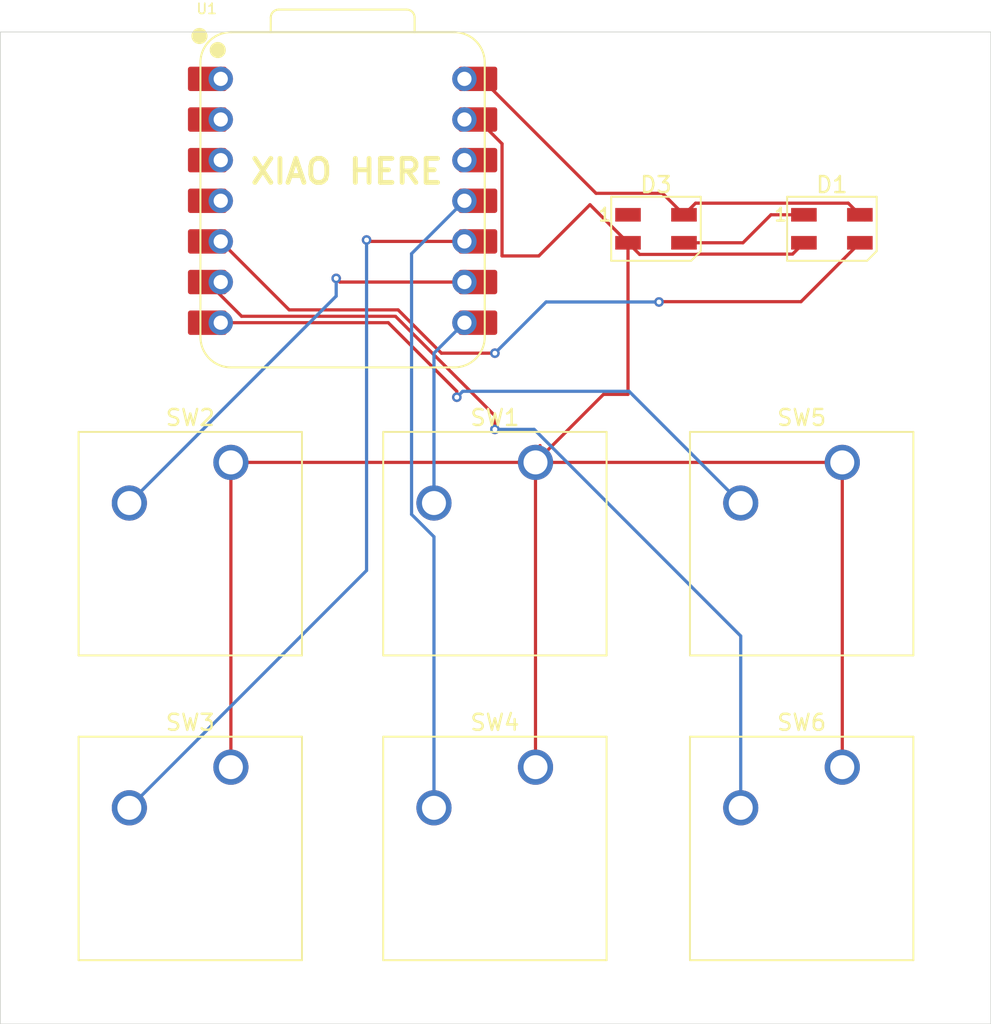
<source format=kicad_pcb>
(kicad_pcb (version 20241229) (generator "pcbnew") (generator_version "9.0")
  (layers (0 "F.Cu" signal) (2 "B.Cu" signal) (13 "F.Paste" user) (15 "B.Paste" user) (5 "F.SilkS" user "F.Silkscreen") (7 "B.SilkS" user "B.Silkscreen") (1 "F.Mask" user) (3 "B.Mask" user) (25 "Edge.Cuts" user))
  (net 0 "")
  (net 1 "Net-(D1-DIN)")
  (net 2 "Net-(D1-DOUT)")
  (net 3 "GND")
  (net 4 "+5V")
  (net 6 "Net-(U1-GPIO1{slash}RX)")
  (net 7 "Net-(U1-GPIO2{slash}SCK)")
  (net 8 "Net-(U1-GPIO4{slash}MISO)")
  (net 9 "Net-(U1-GPIO3{slash}MOSI)")
  (net 15 "Net-(U1-GPIO0{slash}TX)")
  (net 16 "Net-(U1-GPIO7{slash}SCL)")
  (footprint "LED_SMD:LED_SK6812MINI_PLCC4_3.5x3.5mm_P1.75mm" (layer "F.Cu") (at 172 97)
    (property "Reference" "D3" (at 0 -2.75 0) (layer "F.SilkS"))
    (property "Value" "SK6812MINI")
    (fp_line (start -2.8 -2) (end -2.8 2) (stroke (width 0.12)) (layer "F.SilkS"))
    (fp_line (start -2.8 -2) (end 2.8 -2) (stroke (width 0.12)) (layer "F.SilkS"))
    (fp_line (start -2.8 2) (end 2.2 2) (stroke (width 0.12)) (layer "F.SilkS"))
    (fp_line (start 2.8 1.4) (end 2.2 2) (stroke (width 0.12)) (layer "F.SilkS"))
    (fp_line (start 2.8 1.4) (end 2.8 -2) (stroke (width 0.12)) (layer "F.SilkS"))
    (fp_text user "1" (at -3.2 -0.875 0) (layer "F.SilkS") (effects (font (size 0.8 0.8))))
    (pad "1" smd rect (at -1.75 -0.875) (size 1.6 0.85) (layers "F.Cu" "F.Mask" "F.Paste"))
    (pad "2" smd rect (at -1.75 0.875) (size 1.6 0.85) (layers "F.Cu" "F.Mask" "F.Paste") (net 3 "GND"))
    (pad "3" smd rect (at 1.75 0.875) (size 1.6 0.85) (layers "F.Cu" "F.Mask" "F.Paste") (net 2 "Net-(D1-DOUT)"))
    (pad "4" smd rect (at 1.75 -0.875) (size 1.6 0.85) (layers "F.Cu" "F.Mask" "F.Paste") (net 4 "+5V"))
  )
  (footprint "Button_Switch_Keyboard:SW_Cherry_MX_1.00u_PCB" (layer "F.Cu") (at 145.415 111.60125)
    (property "Reference" "SW2" (at -2.54 -2.794 0) (layer "F.SilkS"))
    (property "Value" "SW_Push")
    (fp_line (start -9.525 -1.905) (end 4.445 -1.905) (stroke (width 0.12)) (layer "F.SilkS"))
    (fp_line (start -9.525 12.065) (end -9.525 -1.905) (stroke (width 0.12)) (layer "F.SilkS"))
    (fp_line (start 4.445 -1.905) (end 4.445 12.065) (stroke (width 0.12)) (layer "F.SilkS"))
    (fp_line (start 4.445 12.065) (end -9.525 12.065) (stroke (width 0.12)) (layer "F.SilkS"))
    (pad "" np_thru_hole circle (at -7.62 5.08) (size 1.7 1.7) (drill 1.7) (layers "*.Cu" "*.Mask"))
    (pad "" np_thru_hole circle (at -2.54 5.08) (size 4 4) (drill 4) (layers "*.Cu" "*.Mask"))
    (pad "" np_thru_hole circle (at 2.54 5.08) (size 1.7 1.7) (drill 1.7) (layers "*.Cu" "*.Mask"))
    (pad "1" thru_hole circle (at 0 0) (size 2.2 2.2) (drill 1.5) (layers "*.Cu" "*.Mask") (net 3 "GND"))
    (pad "2" thru_hole circle (at -6.35 2.54) (size 2.2 2.2) (drill 1.5) (layers "*.Cu" "*.Mask") (net 7 "Net-(U1-GPIO2{slash}SCK)"))
  )
  (footprint "Button_Switch_Keyboard:SW_Cherry_MX_1.00u_PCB" (layer "F.Cu") (at 183.65 130.65125)
    (property "Reference" "SW6" (at -2.54 -2.794 0) (layer "F.SilkS"))
    (property "Value" "SW_Push")
    (fp_line (start -9.525 -1.905) (end 4.445 -1.905) (stroke (width 0.12)) (layer "F.SilkS"))
    (fp_line (start -9.525 12.065) (end -9.525 -1.905) (stroke (width 0.12)) (layer "F.SilkS"))
    (fp_line (start 4.445 -1.905) (end 4.445 12.065) (stroke (width 0.12)) (layer "F.SilkS"))
    (fp_line (start 4.445 12.065) (end -9.525 12.065) (stroke (width 0.12)) (layer "F.SilkS"))
    (pad "" np_thru_hole circle (at -7.62 5.08) (size 1.7 1.7) (drill 1.7) (layers "*.Cu" "*.Mask"))
    (pad "" np_thru_hole circle (at -2.54 5.08) (size 4 4) (drill 4) (layers "*.Cu" "*.Mask"))
    (pad "" np_thru_hole circle (at 2.54 5.08) (size 1.7 1.7) (drill 1.7) (layers "*.Cu" "*.Mask"))
    (pad "1" thru_hole circle (at 0 0) (size 2.2 2.2) (drill 1.5) (layers "*.Cu" "*.Mask") (net 3 "GND"))
    (pad "2" thru_hole circle (at -6.35 2.54) (size 2.2 2.2) (drill 1.5) (layers "*.Cu" "*.Mask") (net 16 "Net-(U1-GPIO7{slash}SCL)"))
  )
  (footprint "OPL:XIAO-RP2040-DIP" (layer "F.Cu") (at 152.4 95.25)
    (property "Reference" "U1" (at -8.5 -12 0) (layer "F.SilkS") (effects (font (size 0.635 0.635) (thickness 0.1016))))
    (property "Value" "XIAO-RP2040-DIP")
    (fp_line (start -8.89 8.509) (end -8.89 -8.636) (stroke (width 0.127)) (layer "F.SilkS"))
    (fp_line (start -6.985 10.414) (end 6.985 10.414) (stroke (width 0.127)) (layer "F.SilkS"))
    (fp_line (start -4.495 -10.541) (end -4.491272 -11.451272) (stroke (width 0.127)) (layer "F.SilkS"))
    (fp_line (start -3.991272 -11.951) (end 4.004 -11.951) (stroke (width 0.127)) (layer "F.SilkS"))
    (fp_line (start 4.504 -11.451) (end 4.504 -10.541) (stroke (width 0.127)) (layer "F.SilkS"))
    (fp_line (start 6.985 -10.541) (end -6.985 -10.541) (stroke (width 0.1)) (layer "F.SilkS"))
    (fp_line (start 6.985 -10.541) (end -6.985 -10.541) (stroke (width 0.127)) (layer "F.SilkS"))
    (fp_line (start 8.89 8.509) (end 8.89 -8.636) (stroke (width 0.127)) (layer "F.SilkS"))
    (fp_arc (start -8.89 -8.636) (mid -8.332038 -9.983038) (end -6.985 -10.541) (stroke (width 0.127)) (layer "F.SilkS"))
    (fp_arc (start -6.985 10.414) (mid -8.332038 9.856038) (end -8.89 8.509) (stroke (width 0.127)) (layer "F.SilkS"))
    (fp_arc (start -4.491272 -11.451272) (mid -4.344728 -11.80464) (end -3.991272 -11.951) (stroke (width 0.127)) (layer "F.SilkS"))
    (fp_arc (start 4.004 -11.951) (mid 4.357553 -11.804553) (end 4.504 -11.451) (stroke (width 0.127)) (layer "F.SilkS"))
    (fp_arc (start 6.985 -10.541) (mid 8.332038 -9.983038) (end 8.89 -8.636) (stroke (width 0.127)) (layer "F.SilkS"))
    (fp_arc (start 8.89 8.509) (mid 8.332038 9.856038) (end 6.985 10.414) (stroke (width 0.127)) (layer "F.SilkS"))
    (fp_circle (center -8.95 -10.3) (end -8.95 -10.554) (stroke (width 0.5)) (fill yes) (layer "F.SilkS"))
    (fp_circle (center -7.807 -9.42) (end -7.807 -9.674) (stroke (width 0.5)) (fill yes) (layer "F.SilkS"))
    (pad "1" smd roundrect (at -8.455 -7.62 180) (size 2.432 1.524) (layers "F.Cu" "F.Mask") (roundrect_rratio 0.1))
    (pad "1" thru_hole circle (at -7.62 -7.62 180) (size 1.524 1.524) (drill 0.889) (layers "*.Cu" "*.Mask"))
    (pad "2" smd roundrect (at -8.455 -5.08 180) (size 2.432 1.524) (layers "F.Cu" "F.Mask") (roundrect_rratio 0.1))
    (pad "2" thru_hole circle (at -7.62 -5.08 180) (size 1.524 1.524) (drill 0.889) (layers "*.Cu" "*.Mask"))
    (pad "3" smd roundrect (at -8.455 -2.54 180) (size 2.432 1.524) (layers "F.Cu" "F.Mask") (roundrect_rratio 0.1))
    (pad "3" thru_hole circle (at -7.62 -2.54 180) (size 1.524 1.524) (drill 0.889) (layers "*.Cu" "*.Mask"))
    (pad "4" smd roundrect (at -8.455 0 180) (size 2.432 1.524) (layers "F.Cu" "F.Mask") (roundrect_rratio 0.1))
    (pad "4" thru_hole circle (at -7.62 0 180) (size 1.524 1.524) (drill 0.889) (layers "*.Cu" "*.Mask"))
    (pad "5" smd roundrect (at -8.455 2.54 180) (size 2.432 1.524) (layers "F.Cu" "F.Mask") (roundrect_rratio 0.1) (net 1 "Net-(D1-DIN)"))
    (pad "5" thru_hole circle (at -7.62 2.54 180) (size 1.524 1.524) (drill 0.889) (layers "*.Cu" "*.Mask") (net 1 "Net-(D1-DIN)"))
    (pad "6" smd roundrect (at -8.455 5.08 180) (size 2.432 1.524) (layers "F.Cu" "F.Mask") (roundrect_rratio 0.1) (net 16 "Net-(U1-GPIO7{slash}SCL)"))
    (pad "6" thru_hole circle (at -7.62 5.08 180) (size 1.524 1.524) (drill 0.889) (layers "*.Cu" "*.Mask") (net 16 "Net-(U1-GPIO7{slash}SCL)"))
    (pad "7" smd roundrect (at -8.455 7.62 180) (size 2.432 1.524) (layers "F.Cu" "F.Mask") (roundrect_rratio 0.1) (net 15 "Net-(U1-GPIO0{slash}TX)"))
    (pad "7" thru_hole circle (at -7.62 7.62 180) (size 1.524 1.524) (drill 0.889) (layers "*.Cu" "*.Mask") (net 15 "Net-(U1-GPIO0{slash}TX)"))
    (pad "8" thru_hole circle (at 7.62 7.62) (size 1.524 1.524) (drill 0.889) (layers "*.Cu" "*.Mask") (net 6 "Net-(U1-GPIO1{slash}RX)"))
    (pad "8" smd roundrect (at 8.455 7.62) (size 2.432 1.524) (layers "F.Cu" "F.Mask") (roundrect_rratio 0.1) (net 6 "Net-(U1-GPIO1{slash}RX)"))
    (pad "9" thru_hole circle (at 7.62 5.08) (size 1.524 1.524) (drill 0.889) (layers "*.Cu" "*.Mask") (net 7 "Net-(U1-GPIO2{slash}SCK)"))
    (pad "9" smd roundrect (at 8.455 5.08) (size 2.432 1.524) (layers "F.Cu" "F.Mask") (roundrect_rratio 0.1) (net 7 "Net-(U1-GPIO2{slash}SCK)"))
    (pad "10" thru_hole circle (at 7.62 2.54) (size 1.524 1.524) (drill 0.889) (layers "*.Cu" "*.Mask") (net 8 "Net-(U1-GPIO4{slash}MISO)"))
    (pad "10" smd roundrect (at 8.455 2.54) (size 2.432 1.524) (layers "F.Cu" "F.Mask") (roundrect_rratio 0.1) (net 8 "Net-(U1-GPIO4{slash}MISO)"))
    (pad "11" thru_hole circle (at 7.62 0) (size 1.524 1.524) (drill 0.889) (layers "*.Cu" "*.Mask") (net 9 "Net-(U1-GPIO3{slash}MOSI)"))
    (pad "11" smd roundrect (at 8.455 0) (size 2.432 1.524) (layers "F.Cu" "F.Mask") (roundrect_rratio 0.1) (net 9 "Net-(U1-GPIO3{slash}MOSI)"))
    (pad "12" thru_hole circle (at 7.62 -2.54) (size 1.524 1.524) (drill 0.889) (layers "*.Cu" "*.Mask"))
    (pad "12" smd roundrect (at 8.455 -2.54) (size 2.432 1.524) (layers "F.Cu" "F.Mask") (roundrect_rratio 0.1))
    (pad "13" thru_hole circle (at 7.62 -5.08) (size 1.524 1.524) (drill 0.889) (layers "*.Cu" "*.Mask") (net 3 "GND"))
    (pad "13" smd roundrect (at 8.455 -5.08) (size 2.432 1.524) (layers "F.Cu" "F.Mask") (roundrect_rratio 0.1) (net 3 "GND"))
    (pad "14" thru_hole circle (at 7.62 -7.62) (size 1.524 1.524) (drill 0.889) (layers "*.Cu" "*.Mask") (net 4 "+5V"))
    (pad "14" smd roundrect (at 8.455 -7.62) (size 2.432 1.524) (layers "F.Cu" "F.Mask") (roundrect_rratio 0.1) (net 4 "+5V"))
  )
  (footprint "Button_Switch_Keyboard:SW_Cherry_MX_1.00u_PCB" (layer "F.Cu") (at 164.465 111.60125)
    (property "Reference" "SW1" (at -2.54 -2.794 0) (layer "F.SilkS"))
    (property "Value" "SW_Push")
    (fp_line (start -9.525 -1.905) (end 4.445 -1.905) (stroke (width 0.12)) (layer "F.SilkS"))
    (fp_line (start -9.525 12.065) (end -9.525 -1.905) (stroke (width 0.12)) (layer "F.SilkS"))
    (fp_line (start 4.445 -1.905) (end 4.445 12.065) (stroke (width 0.12)) (layer "F.SilkS"))
    (fp_line (start 4.445 12.065) (end -9.525 12.065) (stroke (width 0.12)) (layer "F.SilkS"))
    (pad "" np_thru_hole circle (at -7.62 5.08) (size 1.7 1.7) (drill 1.7) (layers "*.Cu" "*.Mask"))
    (pad "" np_thru_hole circle (at -2.54 5.08) (size 4 4) (drill 4) (layers "*.Cu" "*.Mask"))
    (pad "" np_thru_hole circle (at 2.54 5.08) (size 1.7 1.7) (drill 1.7) (layers "*.Cu" "*.Mask"))
    (pad "1" thru_hole circle (at 0 0) (size 2.2 2.2) (drill 1.5) (layers "*.Cu" "*.Mask") (net 3 "GND"))
    (pad "2" thru_hole circle (at -6.35 2.54) (size 2.2 2.2) (drill 1.5) (layers "*.Cu" "*.Mask") (net 6 "Net-(U1-GPIO1{slash}RX)"))
  )
  (footprint "Button_Switch_Keyboard:SW_Cherry_MX_1.00u_PCB" (layer "F.Cu") (at 145.415 130.65125)
    (property "Reference" "SW3" (at -2.54 -2.794 0) (layer "F.SilkS"))
    (property "Value" "SW_Push")
    (fp_line (start -9.525 -1.905) (end 4.445 -1.905) (stroke (width 0.12)) (layer "F.SilkS"))
    (fp_line (start -9.525 12.065) (end -9.525 -1.905) (stroke (width 0.12)) (layer "F.SilkS"))
    (fp_line (start 4.445 -1.905) (end 4.445 12.065) (stroke (width 0.12)) (layer "F.SilkS"))
    (fp_line (start 4.445 12.065) (end -9.525 12.065) (stroke (width 0.12)) (layer "F.SilkS"))
    (pad "" np_thru_hole circle (at -7.62 5.08) (size 1.7 1.7) (drill 1.7) (layers "*.Cu" "*.Mask"))
    (pad "" np_thru_hole circle (at -2.54 5.08) (size 4 4) (drill 4) (layers "*.Cu" "*.Mask"))
    (pad "" np_thru_hole circle (at 2.54 5.08) (size 1.7 1.7) (drill 1.7) (layers "*.Cu" "*.Mask"))
    (pad "1" thru_hole circle (at 0 0) (size 2.2 2.2) (drill 1.5) (layers "*.Cu" "*.Mask") (net 3 "GND"))
    (pad "2" thru_hole circle (at -6.35 2.54) (size 2.2 2.2) (drill 1.5) (layers "*.Cu" "*.Mask") (net 8 "Net-(U1-GPIO4{slash}MISO)"))
  )
  (footprint "Button_Switch_Keyboard:SW_Cherry_MX_1.00u_PCB" (layer "F.Cu") (at 164.465 130.65125)
    (property "Reference" "SW4" (at -2.54 -2.794 0) (layer "F.SilkS"))
    (property "Value" "SW_Push")
    (fp_line (start -9.525 -1.905) (end 4.445 -1.905) (stroke (width 0.12)) (layer "F.SilkS"))
    (fp_line (start -9.525 12.065) (end -9.525 -1.905) (stroke (width 0.12)) (layer "F.SilkS"))
    (fp_line (start 4.445 -1.905) (end 4.445 12.065) (stroke (width 0.12)) (layer "F.SilkS"))
    (fp_line (start 4.445 12.065) (end -9.525 12.065) (stroke (width 0.12)) (layer "F.SilkS"))
    (pad "" np_thru_hole circle (at -7.62 5.08) (size 1.7 1.7) (drill 1.7) (layers "*.Cu" "*.Mask"))
    (pad "" np_thru_hole circle (at -2.54 5.08) (size 4 4) (drill 4) (layers "*.Cu" "*.Mask"))
    (pad "" np_thru_hole circle (at 2.54 5.08) (size 1.7 1.7) (drill 1.7) (layers "*.Cu" "*.Mask"))
    (pad "1" thru_hole circle (at 0 0) (size 2.2 2.2) (drill 1.5) (layers "*.Cu" "*.Mask") (net 3 "GND"))
    (pad "2" thru_hole circle (at -6.35 2.54) (size 2.2 2.2) (drill 1.5) (layers "*.Cu" "*.Mask") (net 9 "Net-(U1-GPIO3{slash}MOSI)"))
  )
  (footprint "LED_SMD:LED_SK6812MINI_PLCC4_3.5x3.5mm_P1.75mm" (layer "F.Cu") (at 183 97)
    (property "Reference" "D1" (at 0 -2.75 0) (layer "F.SilkS"))
    (property "Value" "SK6812MINI")
    (fp_line (start -2.8 -2) (end -2.8 2) (stroke (width 0.12)) (layer "F.SilkS"))
    (fp_line (start -2.8 -2) (end 2.8 -2) (stroke (width 0.12)) (layer "F.SilkS"))
    (fp_line (start -2.8 2) (end 2.2 2) (stroke (width 0.12)) (layer "F.SilkS"))
    (fp_line (start 2.8 1.4) (end 2.2 2) (stroke (width 0.12)) (layer "F.SilkS"))
    (fp_line (start 2.8 1.4) (end 2.8 -2) (stroke (width 0.12)) (layer "F.SilkS"))
    (fp_text user "1" (at -3.2 -0.875 0) (layer "F.SilkS") (effects (font (size 0.8 0.8))))
    (pad "1" smd rect (at -1.75 -0.875) (size 1.6 0.85) (layers "F.Cu" "F.Mask" "F.Paste") (net 2 "Net-(D1-DOUT)"))
    (pad "2" smd rect (at -1.75 0.875) (size 1.6 0.85) (layers "F.Cu" "F.Mask" "F.Paste") (net 3 "GND"))
    (pad "3" smd rect (at 1.75 0.875) (size 1.6 0.85) (layers "F.Cu" "F.Mask" "F.Paste") (net 1 "Net-(D1-DIN)"))
    (pad "4" smd rect (at 1.75 -0.875) (size 1.6 0.85) (layers "F.Cu" "F.Mask" "F.Paste") (net 4 "+5V"))
  )
  (footprint "Button_Switch_Keyboard:SW_Cherry_MX_1.00u_PCB" (layer "F.Cu") (at 183.65 111.60125)
    (property "Reference" "SW5" (at -2.54 -2.794 0) (layer "F.SilkS"))
    (property "Value" "SW_Push")
    (fp_line (start -9.525 -1.905) (end 4.445 -1.905) (stroke (width 0.12)) (layer "F.SilkS"))
    (fp_line (start -9.525 12.065) (end -9.525 -1.905) (stroke (width 0.12)) (layer "F.SilkS"))
    (fp_line (start 4.445 -1.905) (end 4.445 12.065) (stroke (width 0.12)) (layer "F.SilkS"))
    (fp_line (start 4.445 12.065) (end -9.525 12.065) (stroke (width 0.12)) (layer "F.SilkS"))
    (pad "" np_thru_hole circle (at -7.62 5.08) (size 1.7 1.7) (drill 1.7) (layers "*.Cu" "*.Mask"))
    (pad "" np_thru_hole circle (at -2.54 5.08) (size 4 4) (drill 4) (layers "*.Cu" "*.Mask"))
    (pad "" np_thru_hole circle (at 2.54 5.08) (size 1.7 1.7) (drill 1.7) (layers "*.Cu" "*.Mask"))
    (pad "1" thru_hole circle (at 0 0) (size 2.2 2.2) (drill 1.5) (layers "*.Cu" "*.Mask") (net 3 "GND"))
    (pad "2" thru_hole circle (at -6.35 2.54) (size 2.2 2.2) (drill 1.5) (layers "*.Cu" "*.Mask") (net 15 "Net-(U1-GPIO0{slash}TX)"))
  )
  (gr_rect (start 131 84.7) (end 192.9375 146.7) (stroke (width 0.05)) (fill no) (layer "Edge.Cuts"))
  (gr_text "XIAO HERE" (at 146.5 94.3 0) (layer "F.SilkS") (effects (font (size 1.5 1.5) (thickness 0.3) (bold yes)) (justify left bottom)))
  (segment (start 158.579543 104.775) (end 155.872543 102.068) (width 0.2) (layer "F.Cu") (net 1))
  (segment (start 149.058 102.068) (end 144.78 97.79) (width 0.2) (layer "F.Cu") (net 1))
  (segment (start 172.1875 101.575) (end 172.20575 101.55675) (width 0.2) (layer "F.Cu") (net 1))
  (segment (start 172.20575 101.55675) (end 181.06825 101.55675) (width 0.2) (layer "F.Cu") (net 1))
  (segment (start 161.925 104.775) (end 158.579543 104.775) (width 0.2) (layer "F.Cu") (net 1))
  (segment (start 155.872543 102.068) (end 149.058 102.068) (width 0.2) (layer "F.Cu") (net 1))
  (segment (start 181.06825 101.55675) (end 184.75 97.875) (width 0.2) (layer "F.Cu") (net 1))
  (via (at 172.1875 101.575) (size 0.6) (drill 0.3) (layers "F.Cu" "B.Cu") (net 1))
  (via (at 161.925 104.775) (size 0.6) (drill 0.3) (layers "F.Cu" "B.Cu") (net 1))
  (segment (start 165.125 101.575) (end 161.925 104.775) (width 0.2) (layer "B.Cu") (net 1))
  (segment (start 172.1875 101.575) (end 165.125 101.575) (width 0.2) (layer "B.Cu") (net 1))
  (segment (start 173.75 97.875) (end 177.4395 97.875) (width 0.2) (layer "F.Cu") (net 2))
  (segment (start 177.4395 97.875) (end 179.1895 96.125) (width 0.2) (layer "F.Cu") (net 2))
  (segment (start 181.25 96.125) (end 179.1895 96.125) (width 0.2) (layer "F.Cu") (net 2))
  (segment (start 145.415 111.60125) (end 164.465 111.60125) (width 0.2) (layer "F.Cu") (net 3))
  (segment (start 164.465 111.60125) (end 164.465 110.835) (width 0.2) (layer "F.Cu") (net 3))
  (segment (start 170.25 107.35) (end 168.71625 107.35) (width 0.2) (layer "F.Cu") (net 3))
  (segment (start 160.855 90.17) (end 162.372 91.687) (width 0.2) (layer "F.Cu") (net 3))
  (segment (start 164.672 98.697) (end 162.372 98.697) (width 0.2) (layer "F.Cu") (net 3))
  (segment (start 145.415 111.60125) (end 145.415 111.515) (width 0.2) (layer "F.Cu") (net 3))
  (segment (start 145.415 130.65125) (end 145.415 111.60125) (width 0.2) (layer "F.Cu") (net 3))
  (segment (start 170.25 107.35) (end 170.25 97.875) (width 0.2) (layer "F.Cu") (net 3))
  (segment (start 167.872 95.497) (end 164.672 98.697) (width 0.2) (layer "F.Cu") (net 3))
  (segment (start 145.39875 111.60125) (end 145.2 111.8) (width 0.2) (layer "F.Cu") (net 3))
  (segment (start 168.71625 107.35) (end 164.465 111.60125) (width 0.2) (layer "F.Cu") (net 3))
  (segment (start 170.976 98.601) (end 174.60675 98.601) (width 0.2) (layer "F.Cu") (net 3))
  (segment (start 145.415 111.60125) (end 145.39875 111.60125) (width 0.2) (layer "F.Cu") (net 3))
  (segment (start 162.372 91.687) (end 162.372 98.697) (width 0.2) (layer "F.Cu") (net 3))
  (segment (start 183.65 130.65125) (end 183.65 111.60125) (width 0.2) (layer "F.Cu") (net 3))
  (segment (start 181.25 97.875) (end 180.54225 98.58275) (width 0.2) (layer "F.Cu") (net 3))
  (segment (start 164.465 110.835) (end 164.75 110.55) (width 0.2) (layer "F.Cu") (net 3))
  (segment (start 167.872 95.497) (end 170.25 97.875) (width 0.2) (layer "F.Cu") (net 3))
  (segment (start 183.65 111.60125) (end 164.465 111.60125) (width 0.2) (layer "F.Cu") (net 3))
  (segment (start 180.54225 98.58275) (end 174.60675 98.58275) (width 0.2) (layer "F.Cu") (net 3))
  (segment (start 164.465 111.60125) (end 164.465 130.65125) (width 0.2) (layer "F.Cu") (net 3))
  (segment (start 170.976 98.601) (end 170.25 97.875) (width 0.2) (layer "F.Cu") (net 3))
  (segment (start 160.02 90.17) (end 160.855 90.17) (width 0.2) (layer "F.Cu") (net 3))
  (segment (start 185.0625 96.4375) (end 184.94605 96.32105) (width 0.2) (layer "F.Cu") (net 4))
  (segment (start 184.024 95.399) (end 184.75 96.125) (width 0.2) (layer "F.Cu") (net 4))
  (segment (start 160.02 87.63) (end 161.09763 87.63) (width 0.2) (layer "F.Cu") (net 4))
  (segment (start 173.75 96.125) (end 174.476 95.399) (width 0.2) (layer "F.Cu") (net 4))
  (segment (start 168.25 94.78237) (end 172.40737 94.78237) (width 0.2) (layer "F.Cu") (net 4))
  (segment (start 161.09763 87.63) (end 168.25 94.78237) (width 0.2) (layer "F.Cu") (net 4))
  (segment (start 174.476 95.399) (end 184.024 95.399) (width 0.2) (layer "F.Cu") (net 4))
  (segment (start 172.40737 94.78237) (end 173.75 96.125) (width 0.2) (layer "F.Cu") (net 4))
  (segment (start 158.115 114.14125) (end 158.115 104.775) (width 0.2) (layer "B.Cu") (net 6))
  (segment (start 158.115 104.775) (end 160.02 102.87) (width 0.2) (layer "B.Cu") (net 6))
  (segment (start 152 100.1) (end 152.23 100.33) (width 0.2) (layer "F.Cu") (net 7))
  (segment (start 152.23 100.33) (end 160.02 100.33) (width 0.2) (layer "F.Cu") (net 7))
  (via (at 152 100.1) (size 0.6) (drill 0.3) (layers "F.Cu" "B.Cu") (net 7))
  (segment (start 152 100.1) (end 152.1 100) (width 0.2) (layer "B.Cu") (net 7))
  (segment (start 152 101.20625) (end 152 100.1) (width 0.2) (layer "B.Cu") (net 7))
  (segment (start 139.065 114.14125) (end 152 101.20625) (width 0.2) (layer "B.Cu") (net 7))
  (segment (start 153.9 97.7) (end 153.99 97.79) (width 0.2) (layer "F.Cu") (net 8))
  (segment (start 153.99 97.79) (end 160.02 97.79) (width 0.2) (layer "F.Cu") (net 8))
  (via (at 153.9 97.7) (size 0.6) (drill 0.3) (layers "F.Cu" "B.Cu") (net 8))
  (segment (start 153.9 97.5) (end 153.9 97.7) (width 0.2) (layer "B.Cu") (net 8))
  (segment (start 139.065 133.19125) (end 153.9 118.35625) (width 0.2) (layer "B.Cu") (net 8))
  (segment (start 153.9 118.35625) (end 153.9 97.7) (width 0.2) (layer "B.Cu") (net 8))
  (segment (start 158.115 133.19125) (end 158.115 116.25278) (width 0.2) (layer "B.Cu") (net 9))
  (segment (start 156.714 114.85178) (end 156.714 98.556) (width 0.2) (layer "B.Cu") (net 9))
  (segment (start 156.714 98.556) (end 160.02 95.25) (width 0.2) (layer "B.Cu") (net 9))
  (segment (start 158.115 116.25278) (end 156.714 114.85178) (width 0.2) (layer "B.Cu") (net 9))
  (segment (start 159.54375 107.527845) (end 159.54375 107.15625) (width 0.2) (layer "F.Cu") (net 15))
  (segment (start 155.2575 102.87) (end 144.78 102.87) (width 0.2) (layer "F.Cu") (net 15))
  (segment (start 159.54375 107.15625) (end 155.2575 102.87) (width 0.2) (layer "F.Cu") (net 15))
  (via (at 159.54375 107.527845) (size 0.6) (drill 0.3) (layers "F.Cu" "B.Cu") (net 15))
  (segment (start 170.315 107.15625) (end 177.3 114.14125) (width 0.2) (layer "B.Cu") (net 15))
  (segment (start 159.915345 107.15625) (end 170.315 107.15625) (width 0.2) (layer "B.Cu") (net 15))
  (segment (start 159.54375 107.527845) (end 159.915345 107.15625) (width 0.2) (layer "B.Cu") (net 15))
  (segment (start 146.084 102.469) (end 143.945 100.33) (width 0.2) (layer "F.Cu") (net 16))
  (segment (start 161.925 108.687557) (end 155.706443 102.469) (width 0.2) (layer "F.Cu") (net 16))
  (segment (start 161.925 109.5375) (end 161.925 108.687557) (width 0.2) (layer "F.Cu") (net 16))
  (segment (start 155.706443 102.469) (end 146.084 102.469) (width 0.2) (layer "F.Cu") (net 16))
  (via (at 161.925 109.5375) (size 0.6) (drill 0.3) (layers "F.Cu" "B.Cu") (net 16))
  (segment (start 177.3 133.19125) (end 177.3 122.454936) (width 0.2) (layer "B.Cu") (net 16))
  (segment (start 177.3 122.454936) (end 164.382564 109.5375) (width 0.2) (layer "B.Cu") (net 16))
  (segment (start 164.382564 109.5375) (end 161.925 109.5375) (width 0.2) (layer "B.Cu") (net 16))
)
</source>
